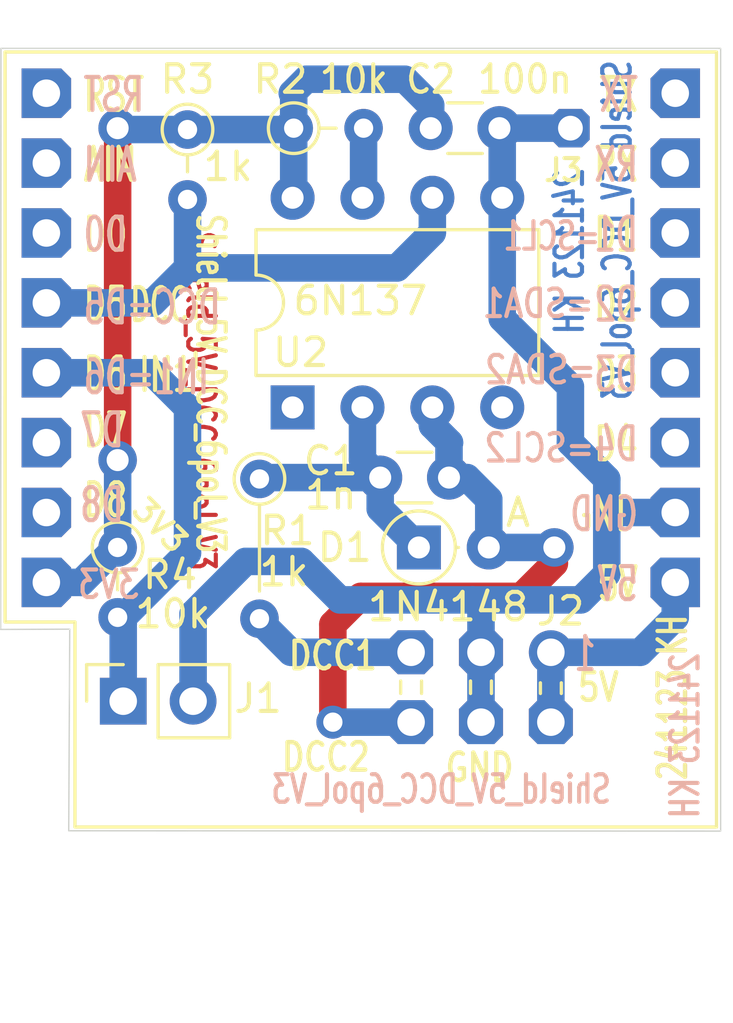
<source format=kicad_pcb>
(kicad_pcb (version 20240108) (generator "pcbnew") (generator_version "8.0")
  (layers (0 "F.Cu" signal) (31 "B.Cu" signal) (34 "B.Paste" user) (35 "F.Paste" user) (36 "B.SilkS" user "B.Silkscreen") (37 "F.SilkS" user "F.Silkscreen") (38 "B.Mask" user) (39 "F.Mask" user) (44 "Edge.Cuts" user))
  (net 0 "")
  (net 12 "/IN1")
  (net 13 "/5V")
  (net 14 "/DCC")
  (net 15 "/DCC2")
  (net 16 "Net-(D1-K)")
  (net 17 "/GND")
  (net 18 "/DCC1")
  (net 19 "Net-(U2-EN)")
  (net 20 "/3V3")
  (footprint "_kh_library:Pin_D0.9mm_W1.4mm" (layer "F.Cu") (at 44.45 29.21)
    (property "Reference" "J3" (at -0.254 1.524 0) (layer "F.SilkS") (effects (font (size 0.8 0.8))))
    (property "Value" "Conn_01x01_kh")
    (pad "1" thru_hole roundrect (at 0 0) (size 1.4 1.4) (drill 0.9) (layers "*.Cu" "*.Mask") (roundrect_rratio 0) (chamfer_ratio 0.2) (chamfer top_left top_right bottom_left bottom_right) (net 17 "/GND"))
  )
  (footprint "_kh_library:Box_02x03_P2.54mm_Horizontal_mini_kh" (layer "F.Cu") (at 43.7388 48.26 -90)
    (property "Reference" "J2" (at -1.4986 -0.3556 0) (layer "F.SilkS"))
    (property "Value" "Box_02x03_P2.54_Vertical")
    (fp_line (start 1.042929 5.46) (end 1.497071 5.46) (stroke (width 0.12)) (layer "F.SilkS"))
    (fp_line (start 1.042929 4.7) (end 1.497071 4.7) (stroke (width 0.12)) (layer "F.SilkS"))
    (fp_line (start 1.042929 2.92) (end 1.497071 2.92) (stroke (width 0.12)) (layer "F.SilkS"))
    (fp_line (start 1.042929 2.16) (end 1.497071 2.16) (stroke (width 0.12)) (layer "F.SilkS"))
    (fp_line (start 1.11 0.38) (end 1.497071 0.38) (stroke (width 0.12)) (layer "F.SilkS"))
    (fp_line (start 1.11 -0.38) (end 1.497071 -0.38) (stroke (width 0.12)) (layer "F.SilkS"))
    (pad "1" thru_hole circle (at 0 0 270) (size 1.6 1.6) (drill 1) (layers "*.Cu" "*.Mask") (net 13 "/5V"))
    (pad "2" thru_hole roundrect (at 2.54 0 270) (size 1.6 1.6) (drill 1) (layers "*.Cu" "*.Mask") (roundrect_rratio 0) (chamfer_ratio 0.2) (chamfer top_left top_right bottom_left bottom_right) (net 13 "/5V"))
    (pad "3" thru_hole roundrect (at 0 2.54 270) (size 1.6 1.6) (drill 1) (layers "*.Cu" "*.Mask") (roundrect_rratio 0) (chamfer_ratio 0.2) (chamfer top_left top_right bottom_left bottom_right) (net 17 "/GND"))
    (pad "4" thru_hole roundrect (at 2.54 2.54 270) (size 1.6 1.6) (drill 1) (layers "*.Cu" "*.Mask") (roundrect_rratio 0) (chamfer_ratio 0.2) (chamfer top_left top_right bottom_left bottom_right) (net 17 "/GND"))
    (pad "5" thru_hole roundrect (at 0 5.08 270) (size 1.6 1.6) (drill 1) (layers "*.Cu" "*.Mask") (roundrect_rratio 0) (chamfer_ratio 0.2) (chamfer top_left top_right bottom_left bottom_right) (net 18 "/DCC1"))
    (pad "6" thru_hole roundrect (at 2.54 5.08 270) (size 1.6 1.6) (drill 1) (layers "*.Cu" "*.Mask") (roundrect_rratio 0) (chamfer_ratio 0.2) (chamfer top_left top_right bottom_left bottom_right) (net 15 "/DCC2"))
  )
  (footprint "Resistor_THT:R_Axial_DIN0204_L3.6mm_D1.6mm_P2.54mm_Vertical" (layer "F.Cu") (at 27.9908 44.45 -90)
    (property "Reference" "R4" (at 0.9906 -1.905 180) (layer "F.SilkS"))
    (property "Value" "10k")
    (fp_line (start 0.92 0) (end 1.54 0) (stroke (width 0.12)) (layer "F.SilkS"))
    (fp_circle (center 0 0) (end 0.92 0) (stroke (width 0.12)) (fill none) (layer "F.SilkS"))
    (pad "1" thru_hole circle (at 0 0 270) (size 1.4 1.4) (drill 0.7) (layers "*.Cu" "*.Mask") (net 20 "/3V3"))
    (pad "2" thru_hole oval (at 2.54 0 270) (size 1.4 1.4) (drill 0.7) (layers "*.Cu" "*.Mask") (net 12 "/IN1"))
  )
  (footprint "Connector_PinSocket_2.54mm:PinSocket_1x02_P2.54mm_Vertical" (layer "F.Cu") (at 28.194 50.038 90)
    (property "Reference" "J1" (at 0.102 4.9022 180) (layer "F.SilkS"))
    (property "Value" "Conn_01x02_Socket" (hide yes))
    (fp_line (start 1.33 -1.33) (end 1.33 0) (stroke (width 0.12)) (layer "F.SilkS"))
    (fp_line (start 0 -1.33) (end 1.33 -1.33) (stroke (width 0.12)) (layer "F.SilkS"))
    (fp_line (start 1.33 1.27) (end 1.33 3.87) (stroke (width 0.12)) (layer "F.SilkS"))
    (fp_line (start -1.33 1.27) (end 1.33 1.27) (stroke (width 0.12)) (layer "F.SilkS"))
    (fp_line (start -1.33 1.27) (end -1.33 3.87) (stroke (width 0.12)) (layer "F.SilkS"))
    (fp_line (start -1.33 3.87) (end 1.33 3.87) (stroke (width 0.12)) (layer "F.SilkS"))
    (pad "1" thru_hole rect (at 0 0 90) (size 1.7 1.7) (drill 1) (layers "*.Cu" "*.Mask") (net 12 "/IN1"))
    (pad "2" thru_hole oval (at 0 2.54 90) (size 1.7 1.7) (drill 1) (layers "*.Cu" "*.Mask") (net 17 "/GND"))
  )
  (footprint "Resistor_THT:R_Axial_DIN0204_L3.6mm_D1.6mm_P5.08mm_Vertical" (layer "F.Cu") (at 33.147 41.96 -90)
    (property "Reference" "R1" (at 1.8796 -1.016 0) (layer "F.SilkS"))
    (property "Value" "1k")
    (fp_line (start 0.92 0) (end 4.08 0) (stroke (width 0.12)) (layer "F.SilkS"))
    (fp_circle (center 0 0) (end 0.92 0) (stroke (width 0.12)) (fill none) (layer "F.SilkS"))
    (pad "1" thru_hole circle (at 0 0 270) (size 1.4 1.4) (drill 0.7) (layers "*.Cu" "*.Mask") (net 16 "Net-(D1-K)"))
    (pad "2" thru_hole oval (at 5.08 0 270) (size 1.4 1.4) (drill 0.7) (layers "*.Cu" "*.Mask") (net 18 "/DCC1"))
  )
  (footprint "Diode_THT:D_DO-35_SOD27_P2.54mm_Vertical_AnodeUp" (layer "F.Cu") (at 38.941486 44.45)
    (property "Reference" "D1" (at -2.695686 0 0) (layer "F.SilkS"))
    (property "Value" "1N4148")
    (fp_line (start 1.326371 0) (end 1.44 0) (stroke (width 0.12)) (layer "F.SilkS"))
    (fp_circle (center 0 0) (end 1.326371 0) (stroke (width 0.12)) (fill none) (layer "F.SilkS"))
    (fp_text user "A" (at 3.603514 -1.27 0) (layer "F.SilkS"))
    (pad "1" thru_hole rect (at 0 0) (size 1.6 1.6) (drill 0.8) (layers "*.Cu" "*.Mask") (net 16 "Net-(D1-K)"))
    (pad "2" thru_hole oval (at 2.54 0) (size 1.6 1.6) (drill 0.8) (layers "*.Cu" "*.Mask") (net 15 "/DCC2"))
  )
  (footprint "Capacitor_THT:C_Disc_D3.0mm_W1.6mm_P2.50mm" (layer "F.Cu") (at 37.5358 41.91)
    (property "Reference" "C1" (at -1.798 -0.6096 0) (layer "F.SilkS"))
    (property "Value" "1nF")
    (fp_line (start 0.621 -0.92) (end 1.879 -0.92) (stroke (width 0.12)) (layer "F.SilkS"))
    (fp_line (start 0.621 0.92) (end 1.879 0.92) (stroke (width 0.12)) (layer "F.SilkS"))
    (pad "1" thru_hole circle (at 0 0) (size 1.6 1.6) (drill 0.8) (layers "*.Cu" "*.Mask") (net 16 "Net-(D1-K)"))
    (pad "2" thru_hole circle (at 2.5 0) (size 1.6 1.6) (drill 0.8) (layers "*.Cu" "*.Mask") (net 15 "/DCC2"))
  )
  (footprint "_kh_library:WEMOS_D1_mini_kh_shield_2" (layer "F.Cu") (at 25.4 27.94)
    (property "Reference" "U1" (hide yes))
    (property "Value" "WeMos_D1_mini")
    (fp_line (start -1.5 19.22) (end -1.5 -1.4986) (stroke (width 0.12)) (layer "F.SilkS"))
    (fp_line (start -1.5 19.22) (end 1.04 19.22) (stroke (width 0.12)) (layer "F.SilkS"))
    (fp_line (start 1.04 19.22) (end 1.04 26.67) (stroke (width 0.12)) (layer "F.SilkS"))
    (fp_line (start 1.04 26.67) (end 24.36 26.67) (stroke (width 0.12)) (layer "F.SilkS"))
    (fp_line (start 24.3586 -1.4986) (end -1.5 -1.4986) (stroke (width 0.12)) (layer "F.SilkS"))
    (fp_line (start 24.36 26.67) (end 24.3586 -1.4986) (stroke (width 0.12)) (layer "F.SilkS"))
    (fp_text user "3V3" (at 1.0668 18.4404 0) (layer "B.SilkS") (effects (font (size 1 0.8) (thickness 0.15) (bold yes)) (justify right bottom mirror)))
    (fp_text user "TX" (at 21.59 0.762 0) (layer "B.SilkS") (effects (font (size 1.2 0.8) (thickness 0.15) (bold yes)) (justify left bottom mirror)))
    (fp_text user "D4" (at 21.59 13.462 0) (layer "B.SilkS") (effects (font (size 1.2 0.8) (thickness 0.15) (bold yes)) (justify left bottom mirror)))
    (fp_text user "5V" (at 21.59 18.542 0) (layer "B.SilkS") (effects (font (size 1.2 0.8) (thickness 0.15) (bold yes)) (justify left bottom mirror)))
    (fp_text user "AIN" (at 1.27 3.302 0) (layer "B.SilkS") (effects (font (size 1.2 0.8) (thickness 0.15) (bold yes)) (justify right bottom mirror)))
    (fp_text user "D2" (at 21.59 8.382 0) (layer "B.SilkS") (effects (font (size 1.2 0.8) (thickness 0.15) (bold yes)) (justify left bottom mirror)))
    (fp_text user "D7" (at 1.143 12.954 0) (layer "B.SilkS") (effects (font (size 1.2 0.8) (thickness 0.15) (bold yes)) (justify right bottom mirror)))
    (fp_text user "D3" (at 21.59 10.922 0) (layer "B.SilkS") (effects (font (size 1.2 0.8) (thickness 0.15) (bold yes)) (justify left bottom mirror)))
    (fp_text user "=SDA1" (at 15.78 8.23 0) (layer "B.SilkS") (effects (font (size 1 0.8) (thickness 0.15) (bold yes)) (justify right bottom mirror)))
    (fp_text user "=SDA2" (at 15.86 10.64 0) (layer "B.SilkS") (effects (font (size 1 0.8) (thickness 0.15) (bold yes)) (justify right bottom mirror)))
    (fp_text user "=SCL1" (at 16.54 5.78 0) (layer "B.SilkS") (effects (font (size 1 0.7) (thickness 0.15) (bold yes)) (justify right bottom mirror)))
    (fp_text user "=SCL2" (at 15.84 13.48 0) (layer "B.SilkS") (effects (font (size 1 0.8) (thickness 0.15) (bold yes)) (justify right bottom mirror)))
    (fp_text user "D1" (at 21.59 5.842 0) (layer "B.SilkS") (effects (font (size 1.2 0.8) (thickness 0.15) (bold yes)) (justify left bottom mirror)))
    (fp_text user "D0" (at 1.27 5.842 0) (layer "B.SilkS") (effects (font (size 1.2 0.8) (thickness 0.15) (bold yes)) (justify right bottom mirror)))
    (fp_text user "RST" (at 1.27 0.762 0) (layer "B.SilkS") (effects (font (size 1.2 0.8) (thickness 0.15) (bold yes)) (justify right bottom mirror)))
    (fp_text user "RX" (at 21.59 3.302 0) (layer "B.SilkS") (effects (font (size 1.2 0.8) (thickness 0.15) (bold yes)) (justify left bottom mirror)))
    (fp_text user "GND" (at 21.59 16.002 0) (layer "B.SilkS") (effects (font (size 1.2 0.8) (thickness 0.15) (bold yes)) (justify left bottom mirror)))
    (fp_text user "D8" (at 1.143 15.6718 0) (layer "B.SilkS") (effects (font (size 1.2 0.8) (thickness 0.15) (bold yes)) (justify right bottom mirror)))
    (fp_text user "RST" (at 1.27 0.762 0) (layer "F.SilkS") (effects (font (size 1.2 0.8) (thickness 0.15) (bold yes)) (justify left bottom)))
    (fp_text user "D7" (at 1.27 12.954 0) (layer "F.SilkS") (effects (font (size 1.2 0.8) (thickness 0.15) (bold yes)) (justify left bottom)))
    (fp_text user "D0" (at 1.27 5.842 0) (layer "F.SilkS") (effects (font (size 1.2 0.8) (thickness 0.15) (bold yes)) (justify left bottom)))
    (fp_text user "3V3" (at 2.9464 15.1892 -45) (layer "F.SilkS") (effects (font (size 0.8 0.8) (thickness 0.15) (bold yes)) (justify left bottom)))
    (fp_text user "DCC" (at 2.97 8.4 0) (layer "F.SilkS") (effects (font (size 1.2 0.7) (thickness 0.15) (bold yes)) (justify left bottom)))
    (fp_text user "D2" (at 21.59 8.382 0) (layer "F.SilkS") (effects (font (size 1.2 0.8) (thickness 0.15) (bold yes)) (justify right bottom)))
    (fp_text user "D1" (at 21.59 5.842 0) (layer "F.SilkS") (effects (font (size 1.2 0.8) (thickness 0.15) (bold yes)) (justify right bottom)))
    (fp_text user "D4" (at 21.59 13.462 0) (layer "F.SilkS") (effects (font (size 1.2 0.8) (thickness 0.15) (bold yes)) (justify right bottom)))
    (fp_text user "AIN" (at 1.27 3.302 0) (layer "F.SilkS") (effects (font (size 1.2 0.8) (thickness 0.15) (bold yes)) (justify left bottom)))
    (fp_text user "D8" (at 1.27 15.494 0) (layer "F.SilkS") (effects (font (size 1.2 0.8) (thickness 0.15) (bold yes)) (justify left bottom)))
    (fp_text user "TX" (at 21.59 0.762 0) (layer "F.SilkS") (effects (font (size 1.2 0.8) (thickness 0.15) (bold yes)) (justify right bottom)))
    (fp_text user "D6" (at 1.27 10.922 0) (layer "F.SilkS") (effects (font (size 1.2 0.8) (thickness 0.15) (bold yes)) (justify left bottom)))
    (fp_text user "D3" (at 21.59 10.922 0) (layer "F.SilkS") (effects (font (size 1.2 0.8) (thickness 0.15) (bold yes)) (justify right bottom)))
    (fp_text user "D5" (at 1.27 8.382 0) (layer "F.SilkS") (effects (font (size 1.2 0.8) (thickness 0.15) (bold yes)) (justify left bottom)))
    (fp_text user "RX" (at 21.59 3.302 0) (layer "F.SilkS") (effects (font (size 1.2 0.8) (thickness 0.15) (bold yes)) (justify right bottom)))
    (fp_text user "GND" (at 21.59 16.002 0) (layer "F.SilkS") (effects (font (size 1.2 0.8) (thickness 0.15) (bold yes)) (justify right bottom)))
    (fp_text user "5V" (at 21.59 18.542 0) (layer "F.SilkS") (effects (font (size 1.2 0.8) (thickness 0.15) (bold yes)) (justify right bottom)))
    (fp_text user "IN1" (at 3.28 10.94 0) (layer "F.SilkS") (effects (font (size 1.2 0.8) (thickness 0.15) (bold yes)) (justify left bottom)))
    (pad "1" thru_hole roundrect (at 0 0) (size 1.8 1.8) (drill 1) (layers "*.Cu" "*.Mask") (roundrect_rratio 0) (chamfer_ratio 0.2) (chamfer top_right bottom_right))
    (pad "2" thru_hole roundrect (at 0 2.54) (size 1.8 1.8) (drill 1) (layers "*.Cu" "*.Mask") (roundrect_rratio 0) (chamfer_ratio 0.2) (chamfer top_right bottom_right))
    (pad "3" thru_hole roundrect (at 0 5.08) (size 1.8 1.8) (drill 1) (layers "*.Cu" "*.Mask") (roundrect_rratio 0) (chamfer_ratio 0.2) (chamfer top_right bottom_right))
    (pad "4" thru_hole roundrect (at 0 7.62) (size 1.8 1.8) (drill 1) (layers "*.Cu" "*.Mask") (roundrect_rratio 0) (chamfer_ratio 0.2) (chamfer top_right bottom_right) (net 14 "/DCC"))
    (pad "5" thru_hole roundrect (at 0 10.16) (size 1.8 1.8) (drill 1) (layers "*.Cu" "*.Mask") (roundrect_rratio 0) (chamfer_ratio 0.2) (chamfer top_right bottom_right) (net 12 "/IN1"))
    (pad "6" thru_hole roundrect (at 0 12.7) (size 1.8 1.8) (drill 1) (layers "*.Cu" "*.Mask") (roundrect_rratio 0) (chamfer_ratio 0.2) (chamfer top_right bottom_right))
    (pad "7" thru_hole roundrect (at 0 15.24) (size 1.8 1.8) (drill 1) (layers "*.Cu" "*.Mask") (roundrect_rratio 0) (chamfer_ratio 0.2) (chamfer top_right bottom_right))
    (pad "8" thru_hole roundrect (at 0 17.78) (size 1.8 1.8) (drill 1) (layers "*.Cu" "*.Mask") (roundrect_rratio 0) (chamfer_ratio 0.2) (chamfer top_right bottom_right) (net 20 "/3V3"))
    (pad "9" thru_hole roundrect (at 22.86 17.78) (size 1.8 1.8) (drill 1) (layers "*.Cu" "*.Mask") (roundrect_rratio 0) (chamfer_ratio 0.2) (chamfer top_left bottom_left) (net 13 "/5V"))
    (pad "10" thru_hole roundrect (at 22.86 15.24) (size 1.8 1.8) (drill 1) (layers "*.Cu" "*.Mask") (roundrect_rratio 0) (chamfer_ratio 0.2) (chamfer top_left bottom_left) (net 17 "/GND"))
    (pad "11" thru_hole roundrect (at 22.86 12.7) (size 1.8 1.8) (drill 1) (layers "*.Cu" "*.Mask") (roundrect_rratio 0) (chamfer_ratio 0.2) (chamfer top_left bottom_left))
    (pad "12" thru_hole roundrect (at 22.86 10.16) (size 1.8 1.8) (drill 1) (layers "*.Cu" "*.Mask") (roundrect_rratio 0) (chamfer_ratio 0.2) (chamfer top_left bottom_left))
    (pad "13" thru_hole roundrect (at 22.86 7.62) (size 1.8 1.8) (drill 1) (layers "*.Cu" "*.Mask") (roundrect_rratio 0) (chamfer_ratio 0.2) (chamfer top_left bottom_left))
    (pad "14" thru_hole roundrect (at 22.86 5.08) (size 1.8 1.8) (drill 1) (layers "*.Cu" "*.Mask") (roundrect_rratio 0) (chamfer_ratio 0.2) (chamfer top_left bottom_left))
    (pad "15" thru_hole roundrect (at 22.86 2.54) (size 1.8 1.8) (drill 1) (layers "*.Cu" "*.Mask") (roundrect_rratio 0) (chamfer_ratio 0.2) (chamfer top_left bottom_left))
    (pad "16" thru_hole roundrect (at 22.86 0) (size 1.8 1.8) (drill 1) (layers "*.Cu" "*.Mask") (roundrect_rratio 0) (chamfer_ratio 0.2) (chamfer top_left bottom_left))
  )
  (footprint "Resistor_THT:R_Axial_DIN0204_L3.6mm_D1.6mm_P2.54mm_Vertical" (layer "F.Cu") (at 30.5308 29.26 -90)
    (property "Reference" "R3" (at -1.828 0 180) (layer "F.SilkS"))
    (property "Value" "1k")
    (fp_line (start 0.92 0) (end 1.54 0) (stroke (width 0.12)) (layer "F.SilkS"))
    (fp_circle (center 0 0) (end 0.92 0) (stroke (width 0.12)) (fill none) (layer "F.SilkS"))
    (pad "1" thru_hole circle (at 0 0 270) (size 1.4 1.4) (drill 0.7) (layers "*.Cu" "*.Mask") (net 20 "/3V3"))
    (pad "2" thru_hole oval (at 2.54 0 270) (size 1.4 1.4) (drill 0.7) (layers "*.Cu" "*.Mask") (net 14 "/DCC"))
  )
  (footprint "Package_DIP:DIP-8_W7.62mm" (layer "F.Cu") (at 34.3508 39.36 90)
    (property "Reference" "U2" (at 1.9966 0.2948 0) (layer "F.SilkS"))
    (property "Value" "6N137")
    (fp_line (start 6.46 -1.33) (end 4.81 -1.33) (stroke (width 0.12)) (layer "F.SilkS"))
    (fp_line (start 2.81 -1.33) (end 1.16 -1.33) (stroke (width 0.12)) (layer "F.SilkS"))
    (fp_line (start 1.16 -1.33) (end 1.16 8.95) (stroke (width 0.12)) (layer "F.SilkS"))
    (fp_line (start 6.46 8.95) (end 6.46 -1.33) (stroke (width 0.12)) (layer "F.SilkS"))
    (fp_line (start 1.16 8.95) (end 6.46 8.95) (stroke (width 0.12)) (layer "F.SilkS"))
    (fp_arc (start 4.81 -1.33) (mid 3.81 -0.33) (end 2.81 -1.33) (stroke (width 0.12)) (layer "F.SilkS"))
    (pad "1" thru_hole rect (at 0 0 90) (size 1.6 1.6) (drill 0.8) (layers "*.Cu" "*.Mask"))
    (pad "2" thru_hole oval (at 0 2.54 90) (size 1.6 1.6) (drill 0.8) (layers "*.Cu" "*.Mask") (net 16 "Net-(D1-K)"))
    (pad "3" thru_hole oval (at 0 5.08 90) (size 1.6 1.6) (drill 0.8) (layers "*.Cu" "*.Mask") (net 15 "/DCC2"))
    (pad "4" thru_hole oval (at 0 7.62 90) (size 1.6 1.6) (drill 0.8) (layers "*.Cu" "*.Mask"))
    (pad "5" thru_hole oval (at 7.62 7.62 90) (size 1.6 1.6) (drill 0.8) (layers "*.Cu" "*.Mask") (net 17 "/GND"))
    (pad "6" thru_hole oval (at 7.62 5.08 90) (size 1.6 1.6) (drill 0.8) (layers "*.Cu" "*.Mask") (net 14 "/DCC"))
    (pad "7" thru_hole oval (at 7.62 2.54 90) (size 1.6 1.6) (drill 0.8) (layers "*.Cu" "*.Mask") (net 19 "Net-(U2-EN)"))
    (pad "8" thru_hole oval (at 7.62 0 90) (size 1.6 1.6) (drill 0.8) (layers "*.Cu" "*.Mask") (net 20 "/3V3"))
  )
  (footprint "Resistor_THT:R_Axial_DIN0204_L3.6mm_D1.6mm_P2.54mm_Vertical" (layer "F.Cu") (at 34.3908 29.21)
    (property "Reference" "R2" (at -0.4818 -1.778 0) (layer "F.SilkS"))
    (property "Value" "10k")
    (fp_line (start 0.92 0) (end 1.54 0) (stroke (width 0.12)) (layer "F.SilkS"))
    (fp_circle (center 0 0) (end 0.92 0) (stroke (width 0.12)) (fill none) (layer "F.SilkS"))
    (pad "1" thru_hole circle (at 0 0) (size 1.4 1.4) (drill 0.7) (layers "*.Cu" "*.Mask") (net 20 "/3V3"))
    (pad "2" thru_hole oval (at 2.54 0) (size 1.4 1.4) (drill 0.7) (layers "*.Cu" "*.Mask") (net 19 "Net-(U2-EN)"))
  )
  (footprint "Capacitor_THT:C_Disc_D3.0mm_W1.6mm_P2.50mm" (layer "F.Cu") (at 39.37 29.21)
    (property "Reference" "C2" (at 0 -1.778 0) (layer "F.SilkS") (effects (font (size 1 0.9))))
    (property "Value" "100nF")
    (fp_line (start 0.621 -0.92) (end 1.879 -0.92) (stroke (width 0.12)) (layer "F.SilkS"))
    (fp_line (start 0.621 0.92) (end 1.879 0.92) (stroke (width 0.12)) (layer "F.SilkS"))
    (pad "1" thru_hole circle (at 0 0) (size 1.6 1.6) (drill 0.8) (layers "*.Cu" "*.Mask") (net 20 "/3V3"))
    (pad "2" thru_hole circle (at 2.5 0) (size 1.6 1.6) (drill 0.8) (layers "*.Cu" "*.Mask") (net 17 "/GND"))
  )
  (gr_poly (pts (xy 23.75 26.31) (xy 49.91 26.31) (xy 49.91 54.76) (xy 26.213 54.748) (xy 26.25 47.42) (xy 23.74 47.43)) (stroke (width 0.05)) (fill none) (layer "Edge.Cuts"))
  (gr_text "241123 KH" (at 48.7426 52.9844 90) (layer "F.Cu") (effects (font (size 1 0.7) (thickness 0.15) (bold yes)) (justify left bottom)))
  (gr_text "Shield_5V_DCC_6pol_V3" (at 30.4292 32.8676 270) (layer "F.Cu") (effects (font (size 1 0.7) (thickness 0.15) (bold yes)) (justify left bottom)))
  (gr_text "Shield_5V_DCC_6pol_V3" (at 46.736 26.67 90) (layer "B.Cu") (effects (font (size 1 0.7) (thickness 0.15) (bold yes)) (justify left bottom mirror)))
  (gr_text "241123 KH" (at 45 30.607 90) (layer "B.Cu") (effects (font (size 1 0.7) (thickness 0.15) (bold yes)) (justify left bottom mirror)))
  (gr_text "DCC=D5" (at 26.67 36.4236 0) (layer "B.SilkS") (effects (font (size 1.2 0.8) (thickness 0.15) (bold yes)) (justify right bottom mirror)))
  (gr_text "1" (at 45.466 49.022 0) (layer "B.SilkS") (effects (font (size 1.2 0.8) (thickness 0.15) (bold yes)) (justify left bottom mirror)))
  (gr_text "IN1=D6" (at 26.67 38.9636 0) (layer "B.SilkS") (effects (font (size 1.2 0.8) (thickness 0.15) (bold yes)) (justify right bottom mirror)))
  (gr_text "Shield_5V_DCC_6pol_V3" (at 45.9994 53.8226 0) (layer "B.SilkS") (effects (font (size 1 0.7) (thickness 0.15) (bold yes)) (justify left bottom mirror)))
  (gr_text "241123 KH" (at 49.1998 48.2092 90) (layer "B.SilkS") (effects (font (size 1 0.7) (thickness 0.15) (bold yes)) (justify left bottom mirror)))
  (gr_text "241123 KH" (at 48.7426 52.9844 90) (layer "F.SilkS") (effects (font (size 1 0.7) (thickness 0.15) (bold yes)) (justify left bottom)))
  (gr_text "DCC1" (at 35.814 48.387 0) (layer "F.SilkS") (effects (font (size 1 0.8) (thickness 0.16) (bold yes))))
  (gr_text "1k" (at 32.004 30.607 0) (layer "F.SilkS") (effects (font (size 1 1))))
  (gr_text "1n" (at 35.7378 42.545 0) (layer "F.SilkS") (effects (font (size 1 1))))
  (gr_text "10k" (at 36.576 27.432 0) (layer "F.SilkS") (effects (font (size 1 0.9))))
  (gr_text "Shield_5V_DCC_6pol_V3" (at 30.79 32.24 270) (layer "F.SilkS") (effects (font (size 1 0.7) (thickness 0.15) (bold yes)) (justify left bottom)))
  (gr_text "1N4148" (at 40.005 46.609 0) (layer "F.SilkS") (effects (font (size 1 1))))
  (gr_text "GND" (at 41.148 52.451 0) (layer "F.SilkS") (effects (font (size 1 0.8) (thickness 0.16) (bold yes))))
  (gr_text "DCC2" (at 35.56 52.07 0) (layer "F.SilkS") (effects (font (size 1 0.8) (thickness 0.16) (bold yes))))
  (gr_text "100n" (at 42.799 27.432 0) (layer "F.SilkS") (effects (font (size 1 0.9))))
  (gr_text "1k" (at 34.036 45.339 0) (layer "F.SilkS") (effects (font (size 1 1))))
  (gr_text "5V" (at 45.466 49.53 0) (layer "F.SilkS") (effects (font (size 1 0.8) (thickness 0.16) (bold yes))))
  (gr_text "6N137" (at 34.29 36.068 0) (layer "F.SilkS") (effects (font (size 1 1) (thickness 0.15) (bold yes)) (justify left bottom)))
  (gr_text "10k" (at 29.9974 46.863 0) (layer "F.SilkS") (effects (font (size 1 1))))
  (segment (start 27.9908 46.99) (end 28.194 47.1932) (width 1) (layer "B.Cu") (net 12))
  (segment (start 28.194 46.99) (end 27.9908 46.99) (width 1) (layer "B.Cu") (net 12))
  (segment (start 30.5308 39.37) (end 30.5308 44.6532) (width 1) (layer "B.Cu") (net 12))
  (segment (start 30.5308 44.6532) (end 28.194 46.99) (width 1) (layer "B.Cu") (net 12))
  (segment (start 29.2608 38.1) (end 30.5308 39.37) (width 1) (layer "B.Cu") (net 12))
  (segment (start 25.4 38.1) (end 29.2608 38.1) (width 1) (layer "B.Cu") (net 12))
  (segment (start 28.194 47.1932) (end 28.194 50.038) (width 1) (layer "B.Cu") (net 12))
  (segment (start 43.7388 48.26) (end 46.99 48.26) (width 1) (layer "B.Cu") (net 13))
  (segment (start 43.7388 50.8) (end 43.7388 48.26) (width 1) (layer "B.Cu") (net 13))
  (segment (start 48.26 46.99) (end 48.26 45.72) (width 1) (layer "B.Cu") (net 13))
  (segment (start 46.99 48.26) (end 48.26 46.99) (width 1) (layer "B.Cu") (net 13))
  (segment (start 25.4 35.56) (end 29.2608 35.56) (width 1) (layer "B.Cu") (net 14))
  (segment (start 30.5308 31.8) (end 30.5308 34.29) (width 1) (layer "B.Cu") (net 14))
  (segment (start 39.4308 33.01) (end 39.4308 31.74) (width 1) (layer "B.Cu") (net 14))
  (segment (start 30.5308 34.29) (end 38.1508 34.29) (width 1) (layer "B.Cu") (net 14))
  (segment (start 38.1508 34.29) (end 39.4308 33.01) (width 1) (layer "B.Cu") (net 14))
  (segment (start 29.2608 35.56) (end 30.5308 34.29) (width 1) (layer "B.Cu") (net 14))
  (segment (start 35.814 47.244) (end 36.83 46.228) (width 1) (layer "F.Cu") (net 15))
  (segment (start 36.83 46.228) (end 42.672 46.228) (width 1) (layer "F.Cu") (net 15))
  (segment (start 42.672 46.228) (end 43.8658 45.0342) (width 1) (layer "F.Cu") (net 15))
  (segment (start 43.8658 45.0342) (end 43.8658 44.45) (width 1) (layer "F.Cu") (net 15))
  (segment (start 35.814 50.8) (end 35.814 47.244) (width 1) (layer "F.Cu") (net 15))
  (via (at 43.8658 44.45) (size 1.4) (drill 0.8) (layers "F.Cu" "B.Cu") (net 15))
  (via (at 35.814 50.8) (size 1.2) (drill 0.7) (layers "F.Cu" "B.Cu") (net 15))
  (segment (start 40.0558 40.64) (end 40.0358 40.66) (width 1) (layer "B.Cu") (net 15))
  (segment (start 40.0358 40.66) (end 40.0358 41.91) (width 1) (layer "B.Cu") (net 15))
  (segment (start 41.481486 42.700686) (end 41.481486 44.45) (width 1) (layer "B.Cu") (net 15))
  (segment (start 38.6588 50.8) (end 35.814 50.8) (width 1) (layer "B.Cu") (net 15))
  (segment (start 39.4308 40.015) (end 40.0558 40.64) (width 1) (layer "B.Cu") (net 15))
  (segment (start 41.481486 44.45) (end 43.8658 44.45) (width 1) (layer "B.Cu") (net 15))
  (segment (start 39.4308 39.36) (end 39.4308 40.015) (width 1) (layer "B.Cu") (net 15))
  (segment (start 40.6908 41.91) (end 41.481486 42.700686) (width 1) (layer "B.Cu") (net 15))
  (segment (start 40.0358 41.91) (end 40.6908 41.91) (width 1) (layer "B.Cu") (net 15))
  (segment (start 36.8908 41.265) (end 37.5358 41.91) (width 1) (layer "B.Cu") (net 16))
  (segment (start 37.5358 41.91) (end 37.5358 43.044314) (width 1) (layer "B.Cu") (net 16))
  (segment (start 36.8908 39.36) (end 36.8908 41.265) (width 1) (layer "B.Cu") (net 16))
  (segment (start 37.5358 43.044314) (end 38.941486 44.45) (width 1) (layer "B.Cu") (net 16))
  (segment (start 37.5358 41.91) (end 33.274 41.91) (width 1) (layer "B.Cu") (net 16))
  (segment (start 41.9708 29.3108) (end 41.9708 31.74) (width 1) (layer "B.Cu") (net 17))
  (segment (start 40.894 46.355) (end 36.068 46.355) (width 1) (layer "B.Cu") (net 17))
  (segment (start 44.831 46.355) (end 40.894 46.355) (width 1) (layer "B.Cu") (net 17))
  (segment (start 30.734 46.863) (end 30.734 50.038) (width 1) (layer "B.Cu") (net 17))
  (segment (start 41.9708 36.1288) (end 41.9708 31.74) (width 1) (layer "B.Cu") (net 17))
  (segment (start 44.45 40.64) (end 44.45 38.608) (width 1) (layer "B.Cu") (net 17))
  (segment (start 45.7708 41.9608) (end 44.45 40.64) (width 1) (layer "B.Cu") (net 17))
  (segment (start 36.068 46.355) (end 34.671 44.958) (width 1) (layer "B.Cu") (net 17))
  (segment (start 41.1988 46.6598) (end 40.894 46.355) (width 1) (layer "B.Cu") (net 17))
  (segment (start 45.7708 43.18) (end 45.7708 41.9608) (width 1) (layer "B.Cu") (net 17))
  (segment (start 41.1988 50.8) (end 41.1988 48.26) (width 1) (layer "B.Cu") (net 17))
  (segment (start 44.45 29.21) (end 41.87 29.21) (width 1) (layer "B.Cu") (net 17))
  (segment (start 48.26 43.18) (end 45.7708 43.18) (width 1) (layer "B.Cu") (net 17))
  (segment (start 45.7708 43.18) (end 45.7708 45.4152) (width 1) (layer "B.Cu") (net 17))
  (segment (start 34.671 44.958) (end 32.639 44.958) (width 1) (layer "B.Cu") (net 17))
  (segment (start 41.1988 48.26) (end 41.1988 46.6598) (width 1) (layer "B.Cu") (net 17))
  (segment (start 44.45 38.608) (end 41.9708 36.1288) (width 1) (layer "B.Cu") (net 17))
  (segment (start 45.7708 45.4152) (end 44.831 46.355) (width 1) (layer "B.Cu") (net 17))
  (segment (start 32.639 44.958) (end 30.734 46.863) (width 1) (layer "B.Cu") (net 17))
  (segment (start 33.147 47.117) (end 34.29 48.26) (width 1) (layer "B.Cu") (net 18))
  (segment (start 34.29 48.26) (end 38.6588 48.26) (width 1) (layer "B.Cu") (net 18))
  (segment (start 36.9308 29.21) (end 36.9308 31.7) (width 1) (layer "B.Cu") (net 19))
  (segment (start 27.9908 29.21) (end 27.9908 41.275) (width 1) (layer "F.Cu") (net 20))
  (via (at 27.9908 29.21) (size 1.4) (drill 0.8) (layers "F.Cu" "B.Cu") (net 20))
  (via (at 27.9908 41.275) (size 1.4) (drill 0.8) (layers "F.Cu" "B.Cu") (net 20))
  (segment (start 39.37 28.37) (end 39.37 29.21) (width 1) (layer "B.Cu") (net 20))
  (segment (start 34.3908 29.21) (end 34.3908 27.99) (width 1) (layer "B.Cu") (net 20))
  (segment (start 26.67 45.72) (end 25.4 45.72) (width 1) (layer "B.Cu") (net 20))
  (segment (start 38.432 27.432) (end 39.37 28.37) (width 1) (layer "B.Cu") (net 20))
  (segment (start 30.5308 29.26) (end 28.0408 29.26) (width 1) (layer "B.Cu") (net 20))
  (segment (start 34.8488 27.432) (end 38.432 27.432) (width 1) (layer "B.Cu") (net 20))
  (segment (start 34.3908 29.21) (end 34.3908 31.7) (width 1) (layer "B.Cu") (net 20))
  (segment (start 27.94 44.45) (end 26.67 45.72) (width 1) (layer "B.Cu") (net 20))
  (segment (start 27.9908 43.865) (end 27.9908 41.275) (width 1) (layer "B.Cu") (net 20))
  (segment (start 34.3908 27.99) (end 34.3408 27.94) (width 1) (layer "B.Cu") (net 20))
  (segment (start 28.0408 29.26) (end 27.9908 29.21) (width 1) (layer "B.Cu") (net 20))
  (segment (start 30.5308 29.26) (end 34.3408 29.26) (width 1) (layer "B.Cu") (net 20))
  (segment (start 34.3408 27.94) (end 34.8488 27.432) (width 1) (layer "B.Cu") (net 20))
)
</source>
